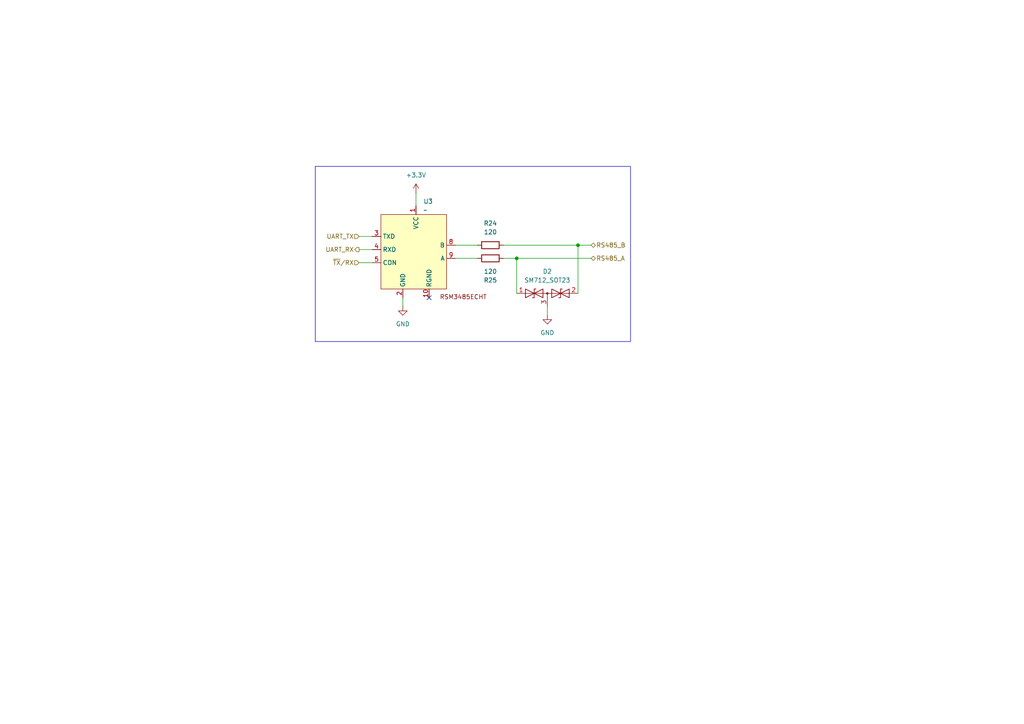
<source format=kicad_sch>
(kicad_sch (version 20250114) (generator "eeschema") (generator_version "9.0")
  (paper "A4")
  (lib_symbols
    (symbol "Device:R" (pin_numbers (hide yes)) (pin_names (offset 0))
      (property "Reference" "R" (at 2.032 0 90))
      (property "Value" "R" (at 0 0 90))
      (symbol "R_0_1"
        (rectangle (start -1.016 -2.54) (end 1.016 2.54) (stroke (width 0.254)))
      )
      (symbol "R_1_1"
        (pin passive line (at 0 3.81 270) (length 1.27) (name "~") (number "1"))
        (pin passive line (at 0 -3.81 90) (length 1.27) (name "~") (number "2"))
      )
    )
    (symbol "Diode:SM712_SOT23" (pin_names (offset 1.016) (hide yes))
      (property "Reference" "D" (at 0 4.445 0))
      (property "Value" "SM712_SOT23" (at 0 2.54 0))
      (symbol "SM712_SOT23_0_0"
        (polyline (pts (xy 0 -1.27) (xy 0 0)))
      )
      (symbol "SM712_SOT23_0_1"
        (polyline (pts (xy -6.35 0) (xy 6.35 0)))
        (polyline (pts (xy -6.35 -1.27) (xy -1.27 1.27) (xy -1.27 -1.27) (xy -6.35 1.27) (xy -6.35 -1.27)) (stroke (width 0.2032)))
        (polyline (pts (xy -3.302 1.27) (xy -3.81 1.27) (xy -3.81 -1.27) (xy -4.318 -1.27)) (stroke (width 0.2032)))
        (circle (center 0 0) (radius 0.254) (fill (type outline)))
        (polyline (pts (xy 1.27 -1.27) (xy 1.27 1.27) (xy 6.35 -1.27) (xy 6.35 1.27) (xy 1.27 -1.27)) (stroke (width 0.2032)))
        (polyline (pts (xy 4.318 1.27) (xy 3.81 1.27) (xy 3.81 -1.27) (xy 3.302 -1.27)) (stroke (width 0.2032)))
      )
      (symbol "SM712_SOT23_1_1"
        (pin passive line (at -8.89 0 0) (length 2.54) (name "A1") (number "1"))
        (pin input line (at 0 -3.81 90) (length 2.54) (name "common") (number "3"))
        (pin passive line (at 8.89 0 180) (length 2.54) (name "A2") (number "2"))
      )
    )
    (symbol "Riqi_Parts:YLPTEC_RSM3485ECHT"
      (property "Reference" "U" (at 1.778 1.016 0))
      (symbol "YLPTEC_RSM3485ECHT_1_1"
        (rectangle (start -15.24 -1.27) (end 3.81 -22.86) (fill (type background)))
        (text "RSM3485ECHT" (at 8.636 -25.146 0) (effects (font (size 1.27 1.27))))
        (pin bidirectional line (at -17.78 -7.62 0) (length 2.54) (name "TXD") (number "3"))
        (pin bidirectional line (at -17.78 -11.43 0) (length 2.54) (name "RXD") (number "4"))
        (pin bidirectional line (at -17.78 -15.24 0) (length 2.54) (name "CON") (number "5"))
        (pin power_in line (at -8.89 -25.4 90) (length 2.54) (name "GND") (number "2"))
        (pin power_in line (at -5.08 1.27 270) (length 2.54) (name "VCC") (number "1"))
        (pin power_in line (at -1.27 -25.4 90) (length 2.54) (name "RGND") (number "10"))
        (pin bidirectional line (at 6.35 -10.16 180) (length 2.54) (name "B") (number "8"))
        (pin bidirectional line (at 6.35 -13.97 180) (length 2.54) (name "A") (number "9"))
      )
    )
    (symbol "power:+3.3V" (power) (pin_numbers (hide yes)) (pin_names (offset 0) (hide yes))
      (property "Value" "+3.3V" (at 0 3.556 0))
      (symbol "+3.3V_0_1"
        (polyline (pts (xy -0.762 1.27) (xy 0 2.54)))
        (polyline (pts (xy 0 2.54) (xy 0.762 1.27)))
        (polyline (pts (xy 0 0) (xy 0 2.54)))
      )
      (symbol "+3.3V_1_1"
        (pin power_in line (at 0 0 90) (length 0) (name "~") (number "1"))
      )
    )
    (symbol "power:GND" (power) (pin_numbers (hide yes)) (pin_names (offset 0) (hide yes))
      (property "Value" "GND" (at 0 -3.81 0))
      (symbol "GND_0_1"
        (polyline (pts (xy 0 0) (xy 0 -1.27) (xy 1.27 -1.27) (xy 0 -2.54) (xy -1.27 -1.27) (xy 0 -1.27)))
      )
      (symbol "GND_1_1"
        (pin power_in line (at 0 0 270) (length 0) (name "~") (number "1"))
      )
    )
  )
  (rectangle (start 91.44 48.26) (end 182.88 99.06))
  (junction (at 149.86 74.93))
  (junction (at 167.64 71.12))
  (no_connect (at 124.46 86.36))
  (wire (pts (xy 132.08 74.93) (xy 138.43 74.93)))
  (wire (pts (xy 149.86 74.93) (xy 171.45 74.93)))
  (wire (pts (xy 158.75 88.9) (xy 158.75 91.44)))
  (wire (pts (xy 132.08 71.12) (xy 138.43 71.12)))
  (wire (pts (xy 167.64 71.12) (xy 167.64 85.09)))
  (wire (pts (xy 116.84 86.36) (xy 116.84 88.9)))
  (wire (pts (xy 120.65 55.88) (xy 120.65 59.69)))
  (wire (pts (xy 167.64 71.12) (xy 171.45 71.12)))
  (wire (pts (xy 104.14 76.2) (xy 107.95 76.2)))
  (wire (pts (xy 146.05 74.93) (xy 149.86 74.93)))
  (wire (pts (xy 104.14 68.58) (xy 107.95 68.58)))
  (wire (pts (xy 146.05 71.12) (xy 167.64 71.12)))
  (wire (pts (xy 149.86 74.93) (xy 149.86 85.09)))
  (wire (pts (xy 104.14 72.39) (xy 107.95 72.39)))
  (hierarchical_label "UART_RX" (shape output) (at 104.14 72.39 180))
  (hierarchical_label "RS485_A" (shape bidirectional) (at 171.45 74.93 0))
  (hierarchical_label "~{TX}{slash}RX" (shape input) (at 104.14 76.2 180))
  (hierarchical_label "UART_TX" (shape input) (at 104.14 68.58 180))
  (hierarchical_label "RS485_B" (shape bidirectional) (at 171.45 71.12 0))
  (symbol (lib_id "power:GND") (at 116.84 88.9 0) (unit 1)
    (property "Reference" "#PWR16" (effects (hide yes)))
    (property "Value" "GND" (at 116.84 93.98 0))
    (property "Description" "Power symbol creates a global label with name \"GND\" , ground" (effects (hide yes)))
  )
  (symbol (lib_id "Device:R") (at 142.24 71.12 90) (unit 1)
    (property "Reference" "R24" (at 142.24 64.77 90))
    (property "Value" "120" (at 142.24 67.31 90))
    (property "Description" "Resistor" (effects (hide yes)))
  )
  (symbol (lib_id "Riqi_Parts:YLPTEC_RSM3485ECHT") (at 125.73 60.96 0) (unit 1)
    (property "Reference" "U3" (at 122.7933 58.42 0) (effects (justify left)))
    (property "Value" "~" (at 122.7933 60.96 0) (effects (justify left)))
    (property "Footprint" "Riqi_Parts:YLPTEC RSM3485ECHT" (effects (hide yes)))
    (property "Datasheet" "https://lcsc.com/datasheet/lcsc_datasheet_2411051508_YLPTEC-RSM3485ECHT_C2992406.pdf" (effects (hide yes)))
    (property "Description" "RS485 ISOLATED MODULE" (effects (hide yes)))
  )
  (symbol (lib_id "Diode:SM712_SOT23") (at 158.75 85.09 0) (unit 1)
    (property "Reference" "D2" (at 158.75 78.74 0))
    (property "Value" "SM712_SOT23" (at 158.75 81.28 0))
    (property "Footprint" "Package_TO_SOT_SMD:SOT-23" (effects (hide yes)))
    (property "Datasheet" "https://www.littelfuse.com/~/media/electronics/datasheets/tvs_diode_arrays/littelfuse_tvs_diode_array_sm712_datasheet.pdf.pdf" (effects (hide yes)))
    (property "Description" "7V/12V, 600W Asymmetrical TVS Diode Array, SOT-23" (effects (hide yes)))
  )
  (symbol (lib_id "Device:R") (at 142.24 74.93 90) (mirror x) (unit 1)
    (property "Reference" "R25" (at 142.24 81.28 90))
    (property "Value" "120" (at 142.24 78.74 90))
    (property "Description" "Resistor" (effects (hide yes)))
  )
  (symbol (lib_id "power:+3.3V") (at 120.65 55.88 0) (unit 1)
    (property "Reference" "#PWR17" (effects (hide yes)))
    (property "Value" "+3.3V" (at 120.65 50.8 0))
    (property "Description" "Power symbol creates a global label with name \"+3.3V\"" (effects (hide yes)))
  )
  (symbol (lib_id "power:GND") (at 158.75 91.44 0) (unit 1)
    (property "Reference" "#PWR052" (effects (hide yes)))
    (property "Value" "GND" (at 158.75 96.52 0))
    (property "Description" "Power symbol creates a global label with name \"GND\" , ground" (effects (hide yes)))
  )
)
</source>
